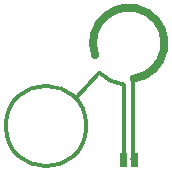
<source format=gbr>
G04 #@! TF.GenerationSoftware,KiCad,Pcbnew,(5.1.0)-1*
G04 #@! TF.CreationDate,2019-07-29T13:34:28-07:00*
G04 #@! TF.ProjectId,EWL_FlexPC,45574c5f-466c-4657-9850-432e6b696361,rev?*
G04 #@! TF.SameCoordinates,Original*
G04 #@! TF.FileFunction,Copper,L1,Top*
G04 #@! TF.FilePolarity,Positive*
%FSLAX46Y46*%
G04 Gerber Fmt 4.6, Leading zero omitted, Abs format (unit mm)*
G04 Created by KiCad (PCBNEW (5.1.0)-1) date 2019-07-29 13:34:28*
%MOMM*%
%LPD*%
G04 APERTURE LIST*
%ADD10C,0.304800*%
%ADD11C,0.100000*%
%ADD12C,0.300000*%
%ADD13C,0.700000*%
%ADD14C,0.508000*%
G04 APERTURE END LIST*
D10*
X47509016Y-32490984D02*
G75*
G03X49600000Y-33500000I2490984J2490984D01*
G01*
X47509016Y-32490984D02*
X45500000Y-34600000D01*
D11*
G36*
X49800000Y-40400000D02*
G01*
X49300000Y-40400000D01*
X49300000Y-39300000D01*
X49800000Y-39300000D01*
X49800000Y-40400000D01*
G37*
X49800000Y-40400000D02*
X49300000Y-40400000D01*
X49300000Y-39300000D01*
X49800000Y-39300000D01*
X49800000Y-40400000D01*
G36*
X50700000Y-40400000D02*
G01*
X50200000Y-40400000D01*
X50200000Y-39300000D01*
X50700000Y-39300000D01*
X50700000Y-40400000D01*
G37*
X50700000Y-40400000D02*
X50200000Y-40400000D01*
X50200000Y-39300000D01*
X50700000Y-39300000D01*
X50700000Y-40400000D01*
D10*
X50400000Y-39200000D02*
X50400000Y-33000000D01*
X49600000Y-39200000D02*
X49600000Y-33500000D01*
D12*
X46400000Y-37000000D02*
G75*
G03X46400000Y-37000000I-3400000J0D01*
G01*
D13*
X47155974Y-31035140D02*
G75*
G02X50400000Y-33000000I2844026J1035140D01*
G01*
D14*
X50400000Y-39800000D03*
X49600000Y-39800000D03*
M02*

</source>
